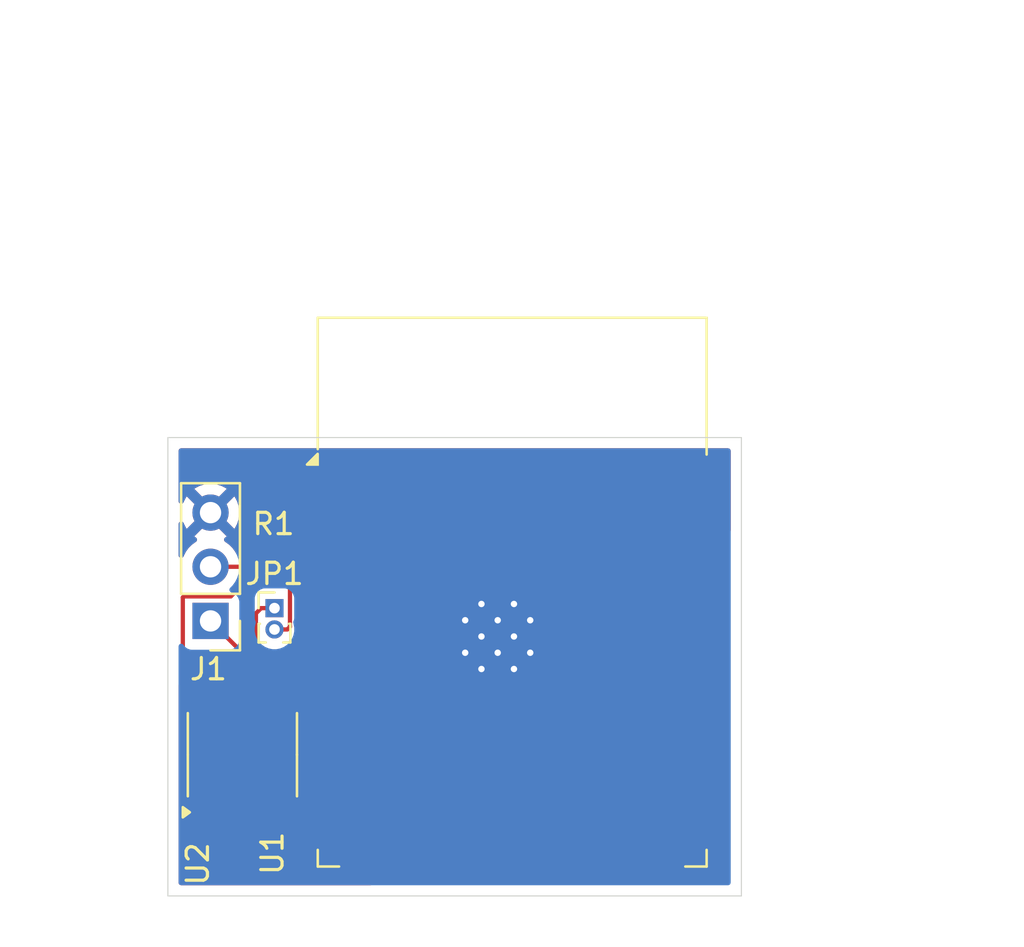
<source format=kicad_pcb>
(kicad_pcb (version 20241229) (generator "pcbnew") (generator_version "9.0")
  (layers (0 "F.Cu" signal) (2 "B.Cu" signal) (13 "F.Paste" user) (15 "B.Paste" user) (5 "F.SilkS" user "F.Silkscreen") (7 "B.SilkS" user "B.Silkscreen") (1 "F.Mask" user) (3 "B.Mask" user) (25 "Edge.Cuts" user))
  (net 0 "")
  (net 1 "GND")
  (net 2 "/CANL")
  (net 3 "/CANH")
  (net 4 "Net-(JP1-B)")
  (net 13 "/CAN_TX")
  (net 23 "+3.3V")
  (net 30 "/CAN_RX")
  (footprint "Connector_PinHeader_2.54mm:PinHeader_1x03_P2.54mm_Vertical" (layer "F.Cu") (at 143.1 95.1 180)
    (property "Reference" "J1" (at 0.1 -2.26 0) (layer "F.SilkS"))
    (property "Value" "Conn_01x03")
    (fp_line (start 1.38 1.27) (end 1.38 6.46) (stroke (width 0.12)) (layer "F.SilkS"))
    (fp_line (start -1.38 6.46) (end 1.38 6.46) (stroke (width 0.12)) (layer "F.SilkS"))
    (fp_line (start -1.38 1.27) (end 1.38 1.27) (stroke (width 0.12)) (layer "F.SilkS"))
    (fp_line (start -1.38 1.27) (end -1.38 6.46) (stroke (width 0.12)) (layer "F.SilkS"))
    (fp_line (start -1.38 0) (end -1.38 -1.38) (stroke (width 0.12)) (layer "F.SilkS"))
    (fp_line (start -1.38 -1.38) (end 0 -1.38) (stroke (width 0.12)) (layer "F.SilkS"))
    (pad "1" thru_hole rect (at 0 0 180) (size 1.7 1.7) (drill 1) (layers "*.Cu" "*.Mask") (net 2 "/CANL"))
    (pad "2" thru_hole circle (at 0 2.54 180) (size 1.7 1.7) (drill 1) (layers "*.Cu" "*.Mask") (net 3 "/CANH"))
    (pad "3" thru_hole circle (at 0 5.08 180) (size 1.7 1.7) (drill 1) (layers "*.Cu" "*.Mask") (net 1 "GND"))
  )
  (footprint "Package_SO:SOIC-8_3.9x4.9mm_P1.27mm" (layer "F.Cu") (at 144.595 101.375 90)
    (property "Reference" "U2" (at -5.125 -2.095 90) (layer "F.SilkS"))
    (property "Value" "SN65HVD230")
    (fp_line (start 0 -2.56) (end 1.95 -2.56) (stroke (width 0.12)) (layer "F.SilkS"))
    (fp_line (start 0 -2.56) (end -1.95 -2.56) (stroke (width 0.12)) (layer "F.SilkS"))
    (fp_line (start 0 2.56) (end 1.95 2.56) (stroke (width 0.12)) (layer "F.SilkS"))
    (fp_line (start 0 2.56) (end -1.95 2.56) (stroke (width 0.12)) (layer "F.SilkS"))
    (fp_poly (pts (xy -2.7 -2.465) (xy -2.94 -2.795) (xy -2.46 -2.795)) (stroke (width 0.12)) (fill yes) (layer "F.SilkS"))
    (pad "1" smd roundrect (at -2.475 -1.905 90) (size 1.95 0.6) (layers "F.Cu" "F.Mask" "F.Paste") (net 30 "/CAN_RX"))
    (pad "2" smd roundrect (at -2.475 -0.635 90) (size 1.95 0.6) (layers "F.Cu" "F.Mask" "F.Paste") (net 1 "GND"))
    (pad "3" smd roundrect (at -2.475 0.635 90) (size 1.95 0.6) (layers "F.Cu" "F.Mask" "F.Paste") (net 23 "+3.3V"))
    (pad "4" smd roundrect (at -2.475 1.905 90) (size 1.95 0.6) (layers "F.Cu" "F.Mask" "F.Paste") (net 13 "/CAN_TX"))
    (pad "5" smd roundrect (at 2.475 1.905 90) (size 1.95 0.6) (layers "F.Cu" "F.Mask" "F.Paste"))
    (pad "6" smd roundrect (at 2.475 0.635 90) (size 1.95 0.6) (layers "F.Cu" "F.Mask" "F.Paste") (net 2 "/CANL"))
    (pad "7" smd roundrect (at 2.475 -0.635 90) (size 1.95 0.6) (layers "F.Cu" "F.Mask" "F.Paste") (net 3 "/CANH"))
    (pad "8" smd roundrect (at 2.475 -1.905 90) (size 1.95 0.6) (layers "F.Cu" "F.Mask" "F.Paste") (net 1 "GND"))
  )
  (footprint "RF_Module:ESP32-WROOM-32" (layer "F.Cu") (at 157.25 96.74)
    (property "Reference" "U1" (at -11.25 9.26 90) (layer "F.SilkS"))
    (property "Value" "ESP32-WROOM-32")
    (fp_line (start -9.12 -15.86) (end -9.12 -9.7) (stroke (width 0.12)) (layer "F.SilkS"))
    (fp_line (start -9.12 -15.86) (end 9.12 -15.86) (stroke (width 0.12)) (layer "F.SilkS"))
    (fp_line (start -9.12 9.1) (end -9.12 9.88) (stroke (width 0.12)) (layer "F.SilkS"))
    (fp_line (start -9.12 9.88) (end -8.12 9.88) (stroke (width 0.12)) (layer "F.SilkS"))
    (fp_line (start 9.12 -15.86) (end 9.12 -9.445) (stroke (width 0.12)) (layer "F.SilkS"))
    (fp_line (start 9.12 9.1) (end 9.12 9.88) (stroke (width 0.12)) (layer "F.SilkS"))
    (fp_line (start 9.12 9.88) (end 8.12 9.88) (stroke (width 0.12)) (layer "F.SilkS"))
    (fp_poly (pts (xy -9.125 -8.975) (xy -9.625 -8.975) (xy -9.125 -9.475) (xy -9.125 -8.975)) (stroke (width 0.12)) (fill yes) (layer "F.SilkS"))
    (pad "1" smd rect (at -8.75 -8.25) (size 1.5 0.9) (layers "F.Cu" "F.Mask" "F.Paste") (net 1 "GND"))
    (pad "2" smd rect (at -8.75 -6.98) (size 1.5 0.9) (layers "F.Cu" "F.Mask" "F.Paste") (net 23 "+3.3V"))
    (pad "3" smd rect (at -8.75 -5.71) (size 1.5 0.9) (layers "F.Cu" "F.Mask" "F.Paste"))
    (pad "4" smd rect (at -8.75 -4.44) (size 1.5 0.9) (layers "F.Cu" "F.Mask" "F.Paste"))
    (pad "5" smd rect (at -8.75 -3.17) (size 1.5 0.9) (layers "F.Cu" "F.Mask" "F.Paste"))
    (pad "6" smd rect (at -8.75 -1.9) (size 1.5 0.9) (layers "F.Cu" "F.Mask" "F.Paste"))
    (pad "7" smd rect (at -8.75 -0.63) (size 1.5 0.9) (layers "F.Cu" "F.Mask" "F.Paste"))
    (pad "8" smd rect (at -8.75 0.64) (size 1.5 0.9) (layers "F.Cu" "F.Mask" "F.Paste"))
    (pad "9" smd rect (at -8.75 1.91) (size 1.5 0.9) (layers "F.Cu" "F.Mask" "F.Paste"))
    (pad "10" smd rect (at -8.75 3.18) (size 1.5 0.9) (layers "F.Cu" "F.Mask" "F.Paste"))
    (pad "11" smd rect (at -8.75 4.45) (size 1.5 0.9) (layers "F.Cu" "F.Mask" "F.Paste"))
    (pad "12" smd rect (at -8.75 5.72) (size 1.5 0.9) (layers "F.Cu" "F.Mask" "F.Paste"))
    (pad "13" smd rect (at -8.75 6.99) (size 1.5 0.9) (layers "F.Cu" "F.Mask" "F.Paste"))
    (pad "14" smd rect (at -8.75 8.26) (size 1.5 0.9) (layers "F.Cu" "F.Mask" "F.Paste"))
    (pad "15" smd rect (at -5.71 9.51 90) (size 1.5 0.9) (layers "F.Cu" "F.Mask" "F.Paste") (net 1 "GND"))
    (pad "16" smd rect (at -4.44 9.51 90) (size 1.5 0.9) (layers "F.Cu" "F.Mask" "F.Paste"))
    (pad "17" smd rect (at -3.17 9.51 90) (size 1.5 0.9) (layers "F.Cu" "F.Mask" "F.Paste"))
    (pad "18" smd rect (at -1.9 9.51 90) (size 1.5 0.9) (layers "F.Cu" "F.Mask" "F.Paste"))
    (pad "19" smd rect (at -0.63 9.51 90) (size 1.5 0.9) (layers "F.Cu" "F.Mask" "F.Paste"))
    (pad "20" smd rect (at 0.64 9.51 90) (size 1.5 0.9) (layers "F.Cu" "F.Mask" "F.Paste"))
    (pad "21" smd rect (at 1.91 9.51 90) (size 1.5 0.9) (layers "F.Cu" "F.Mask" "F.Paste"))
    (pad "22" smd rect (at 3.18 9.51 90) (size 1.5 0.9) (layers "F.Cu" "F.Mask" "F.Paste"))
    (pad "23" smd rect (at 4.45 9.51 90) (size 1.5 0.9) (layers "F.Cu" "F.Mask" "F.Paste"))
    (pad "24" smd rect (at 5.72 9.51 90) (size 1.5 0.9) (layers "F.Cu" "F.Mask" "F.Paste"))
    (pad "25" smd rect (at 8.75 8.26) (size 1.5 0.9) (layers "F.Cu" "F.Mask" "F.Paste"))
    (pad "26" smd rect (at 8.75 6.99) (size 1.5 0.9) (layers "F.Cu" "F.Mask" "F.Paste"))
    (pad "27" smd rect (at 8.75 5.72) (size 1.5 0.9) (layers "F.Cu" "F.Mask" "F.Paste"))
    (pad "28" smd rect (at 8.75 4.45) (size 1.5 0.9) (layers "F.Cu" "F.Mask" "F.Paste"))
    (pad "29" smd rect (at 8.75 3.18) (size 1.5 0.9) (layers "F.Cu" "F.Mask" "F.Paste"))
    (pad "30" smd rect (at 8.75 1.91) (size 1.5 0.9) (layers "F.Cu" "F.Mask" "F.Paste"))
    (pad "31" smd rect (at 8.75 0.64) (size 1.5 0.9) (layers "F.Cu" "F.Mask" "F.Paste"))
    (pad "32" smd rect (at 8.75 -0.63) (size 1.5 0.9) (layers "F.Cu" "F.Mask" "F.Paste"))
    (pad "33" smd rect (at 8.75 -1.9) (size 1.5 0.9) (layers "F.Cu" "F.Mask" "F.Paste") (net 13 "/CAN_TX"))
    (pad "34" smd rect (at 8.75 -3.17) (size 1.5 0.9) (layers "F.Cu" "F.Mask" "F.Paste"))
    (pad "35" smd rect (at 8.75 -4.44) (size 1.5 0.9) (layers "F.Cu" "F.Mask" "F.Paste"))
    (pad "36" smd rect (at 8.75 -5.71) (size 1.5 0.9) (layers "F.Cu" "F.Mask" "F.Paste") (net 30 "/CAN_RX"))
    (pad "37" smd rect (at 8.75 -6.98) (size 1.5 0.9) (layers "F.Cu" "F.Mask" "F.Paste"))
    (pad "38" smd rect (at 8.75 -8.25) (size 1.5 0.9) (layers "F.Cu" "F.Mask" "F.Paste") (net 1 "GND"))
    (pad "39" smd rect (at -2.205 -2.435) (size 1.05 1.05) (layers "F.Cu" "F.Paste") (net 1 "GND"))
    (pad "39" thru_hole circle (at -2.205 -1.6725) (size 0.6 0.6) (drill 0.3) (property pad_prop_heatsink) (layers "*.Cu" "F.Mask") (net 1 "GND"))
    (pad "39" smd rect (at -2.205 -0.91) (size 1.05 1.05) (layers "F.Cu" "F.Paste") (net 1 "GND"))
    (pad "39" thru_hole circle (at -2.205 -0.1475) (size 0.6 0.6) (drill 0.3) (property pad_prop_heatsink) (layers "*.Cu" "F.Mask") (net 1 "GND"))
    (pad "39" smd rect (at -2.205 0.615) (size 1.05 1.05) (layers "F.Cu" "F.Paste") (net 1 "GND"))
    (pad "39" thru_hole circle (at -1.4425 -2.435) (size 0.6 0.6) (drill 0.3) (property pad_prop_heatsink) (layers "*.Cu" "F.Mask") (net 1 "GND"))
    (pad "39" thru_hole circle (at -1.4425 -0.91) (size 0.6 0.6) (drill 0.3) (property pad_prop_heatsink) (layers "*.Cu" "F.Mask") (net 1 "GND"))
    (pad "39" thru_hole circle (at -1.4425 0.615) (size 0.6 0.6) (drill 0.3) (property pad_prop_heatsink) (layers "*.Cu" "F.Mask") (net 1 "GND"))
    (pad "39" smd rect (at -0.68 -2.435) (size 1.05 1.05) (layers "F.Cu" "F.Paste") (net 1 "GND"))
    (pad "39" thru_hole circle (at -0.68 -1.6725) (size 0.6 0.6) (drill 0.3) (property pad_prop_heatsink) (layers "*.Cu" "F.Mask") (net 1 "GND"))
    (pad "39" smd rect (at -0.68 -0.91) (size 1.05 1.05) (layers "F.Cu" "F.Paste") (net 1 "GND"))
    (pad "39" smd rect (at -0.68 -0.91) (size 4.2 4.2) (property pad_prop_heatsink) (layers "F.Cu" "F.Mask") (net 1 "GND"))
    (pad "39" thru_hole circle (at -0.68 -0.1475) (size 0.6 0.6) (drill 0.3) (property pad_prop_heatsink) (layers "*.Cu" "F.Mask") (net 1 "GND"))
    (pad "39" smd rect (at -0.68 0.615) (size 1.05 1.05) (layers "F.Cu" "F.Paste") (net 1 "GND"))
    (pad "39" thru_hole circle (at 0.0825 -2.435) (size 0.6 0.6) (drill 0.3) (property pad_prop_heatsink) (layers "*.Cu" "F.Mask") (net 1 "GND"))
    (pad "39" thru_hole circle (at 0.0825 -0.91) (size 0.6 0.6) (drill 0.3) (property pad_prop_heatsink) (layers "*.Cu" "F.Mask") (net 1 "GND"))
    (pad "39" thru_hole circle (at 0.0825 0.615) (size 0.6 0.6) (drill 0.3) (property pad_prop_heatsink) (layers "*.Cu" "F.Mask") (net 1 "GND"))
    (pad "39" smd rect (at 0.845 -2.435) (size 1.05 1.05) (layers "F.Cu" "F.Paste") (net 1 "GND"))
    (pad "39" thru_hole circle (at 0.845 -1.6725) (size 0.6 0.6) (drill 0.3) (property pad_prop_heatsink) (layers "*.Cu" "F.Mask") (net 1 "GND"))
    (pad "39" smd rect (at 0.845 -0.91) (size 1.05 1.05) (layers "F.Cu" "F.Paste") (net 1 "GND"))
    (pad "39" thru_hole circle (at 0.845 -0.1475) (size 0.6 0.6) (drill 0.3) (property pad_prop_heatsink) (layers "*.Cu" "F.Mask") (net 1 "GND"))
    (pad "39" smd rect (at 0.845 0.615) (size 1.05 1.05) (layers "F.Cu" "F.Paste") (net 1 "GND"))
    (zone (net 0) (net_name "") (layers "F.Cu" "B.Cu") (connect_pads (clearance 0)) (min_thickness 0.254)
      (keepout (tracks not_allowed) (vias not_allowed) (pads not_allowed) (copperpour not_allowed) (footprints not_allowed))
      (fill (thermal_gap 0.508) (thermal_bridge_width 0.508))
      (polygon (pts (xy 133.25 86.94) (xy 181.25 86.94) (xy 181.25 66) (xy 133.25 66)))
    )
  )
  (footprint "Resistor_SMD:R_0201_0603Metric" (layer "F.Cu") (at 146.055 91.6)
    (property "Reference" "R1" (at 0 -1.05 0) (layer "F.SilkS"))
    (property "Value" "120")
    (pad "1" smd roundrect (at -0.32 0) (size 0.46 0.4) (layers "F.Cu" "F.Mask") (net 3 "/CANH"))
    (pad "2" smd roundrect (at 0.32 0) (size 0.46 0.4) (layers "F.Cu" "F.Mask") (net 4 "Net-(JP1-B)"))
  )
  (footprint "Connector_PinHeader_1.00mm:PinHeader_1x02_P1.00mm_Vertical" (layer "F.Cu") (at 146.1 94.5)
    (property "Reference" "JP1" (at 0 -1.61 0) (layer "F.SilkS"))
    (property "Value" "Jumper_2_Open" (hide yes))
    (fp_line (start -0.745 -0.735) (end 0 -0.735) (stroke (width 0.12)) (layer "F.SilkS"))
    (fp_line (start -0.745 0) (end -0.745 -0.735) (stroke (width 0.12)) (layer "F.SilkS"))
    (fp_line (start -0.745 0.735) (end -0.745 1.61) (stroke (width 0.12)) (layer "F.SilkS"))
    (fp_line (start -0.745 0.735) (end -0.685565 0.735) (stroke (width 0.12)) (layer "F.SilkS"))
    (fp_line (start -0.745 1.61) (end -0.41003 1.61) (stroke (width 0.12)) (layer "F.SilkS"))
    (fp_line (start 0.41003 1.61) (end 0.745 1.61) (stroke (width 0.12)) (layer "F.SilkS"))
    (fp_line (start 0.685565 0.735) (end 0.745 0.735) (stroke (width 0.12)) (layer "F.SilkS"))
    (fp_line (start 0.745 0.735) (end 0.745 1.61) (stroke (width 0.12)) (layer "F.SilkS"))
    (pad "1" thru_hole rect (at 0 0) (size 0.85 0.85) (drill 0.5) (layers "*.Cu" "*.Mask") (net 2 "/CANL"))
    (pad "2" thru_hole circle (at 0 1) (size 0.85 0.85) (drill 0.5) (layers "*.Cu" "*.Mask") (net 4 "Net-(JP1-B)"))
  )
  (gr_line (start 168 86.5) (end 141.1 86.5) (stroke (width 0.05)) (layer "Edge.Cuts"))
  (gr_line (start 141.1 86.5) (end 141.1 108) (stroke (width 0.05)) (layer "Edge.Cuts"))
  (gr_line (start 168 108) (end 168 86.5) (stroke (width 0.05)) (layer "Edge.Cuts"))
  (gr_line (start 141.1 108) (end 168 108) (stroke (width 0.05)) (layer "Edge.Cuts"))
  (segment (start 145.23 94.745) (end 145.475 94.5) (width 0.2) (layer "F.Cu") (net 2))
  (segment (start 145.23 97.23) (end 145.23 94.745) (width 0.2) (layer "F.Cu") (net 2))
  (segment (start 145.23 97.23) (end 143.1 95.1) (width 0.2) (layer "F.Cu") (net 2))
  (segment (start 145.23 98.9) (end 145.23 97.23) (width 0.2) (layer "F.Cu") (net 2))
  (segment (start 145.475 94.5) (end 146.1 94.5) (width 0.2) (layer "F.Cu") (net 2))
  (segment (start 144.051 93.949) (end 141.851 93.949) (width 0.2) (layer "F.Cu") (net 3))
  (segment (start 141.851 93.949) (end 141.8 94) (width 0.2) (layer "F.Cu") (net 3))
  (segment (start 143.1 92.56) (end 144.94 92.56) (width 0.2) (layer "F.Cu") (net 3))
  (segment (start 141.8 97.4) (end 143.434999 97.4) (width 0.2) (layer "F.Cu") (net 3))
  (segment (start 143.96 97.925001) (end 143.96 98.9) (width 0.2) (layer "F.Cu") (net 3))
  (segment (start 144.94 92.56) (end 144.94 93.06) (width 0.2) (layer "F.Cu") (net 3))
  (segment (start 141.8 94) (end 141.8 97.4) (width 0.2) (layer "F.Cu") (net 3))
  (segment (start 143.434999 97.4) (end 143.96 97.925001) (width 0.2) (layer "F.Cu") (net 3))
  (segment (start 144.94 93.06) (end 144.051 93.949) (width 0.2) (layer "F.Cu") (net 3))
  (segment (start 144.94 92.56) (end 145.735 91.765) (width 0.2) (layer "F.Cu") (net 3))
  (segment (start 145.735 91.765) (end 145.735 91.6) (width 0.2) (layer "F.Cu") (net 3))
  (segment (start 146.375 91.6) (end 146.826 92.051) (width 0.2) (layer "F.Cu") (net 4))
  (segment (start 146.826 92.051) (end 146.826 95.37504) (width 0.2) (layer "F.Cu") (net 4))
  (segment (start 146.826 95.37504) (end 146.70104 95.5) (width 0.2) (layer "F.Cu") (net 4))
  (segment (start 146.70104 95.5) (end 146.1 95.5) (width 0.2) (layer "F.Cu") (net 4))
  (segment (start 146.5 104.824999) (end 147.675001 106) (width 0.2) (layer "F.Cu") (net 13))
  (segment (start 150 105.9329) (end 150 105) (width 0.2) (layer "F.Cu") (net 13))
  (segment (start 146.5 103.85) (end 146.5 104.824999) (width 0.2) (layer "F.Cu") (net 13))
  (segment (start 150.5 104.5) (end 164.949 104.5) (width 0.2) (layer "F.Cu") (net 13))
  (segment (start 150 105) (end 150.5 104.5) (width 0.2) (layer "F.Cu") (net 13))
  (segment (start 147.675001 106) (end 149.9329 106) (width 0.2) (layer "F.Cu") (net 13))
  (segment (start 165.05 94.84) (end 166 94.84) (width 0.2) (layer "F.Cu") (net 13))
  (segment (start 149.9329 106) (end 150 105.9329) (width 0.2) (layer "F.Cu") (net 13))
  (segment (start 164.949 104.5) (end 164.949 94.941) (width 0.2) (layer "F.Cu") (net 13))
  (segment (start 164.949 94.941) (end 165.05 94.84) (width 0.2) (layer "F.Cu") (net 13))
  (segment (start 148.5 89.76) (end 147.968 89.76) (width 0.2) (layer "F.Cu") (net 23))
  (segment (start 145.23 102.875001) (end 145.23 103.85) (width 0.2) (layer "F.Cu") (net 23))
  (segment (start 147.449 90.279) (end 147.449 100.656001) (width 0.2) (layer "F.Cu") (net 23))
  (segment (start 147.968 89.76) (end 147.449 90.279) (width 0.2) (layer "F.Cu") (net 23))
  (segment (start 147.449 100.656001) (end 145.23 102.875001) (width 0.2) (layer "F.Cu") (net 23))
  (segment (start 150.5 105.5) (end 151 105) (width 0.2) (layer "F.Cu") (net 30))
  (segment (start 167.051 105.751) (end 167.051 91.551) (width 0.2) (layer "F.Cu") (net 30))
  (segment (start 166.53 91.03) (end 166 91.03) (width 0.2) (layer "F.Cu") (net 30))
  (segment (start 151 105) (end 164.949 105) (width 0.2) (layer "F.Cu") (net 30))
  (segment (start 142.69 104.824999) (end 144.365001 106.5) (width 0.2) (layer "F.Cu") (net 30))
  (segment (start 142.69 103.85) (end 142.69 104.824999) (width 0.2) (layer "F.Cu") (net 30))
  (segment (start 144.365001 106.5) (end 150.5 106.5) (width 0.2) (layer "F.Cu") (net 30))
  (segment (start 166.532 91.03) (end 166 91.03) (width 0.2) (layer "F.Cu") (net 30))
  (segment (start 164.949 105) (end 164.949 105.751) (width 0.2) (layer "F.Cu") (net 30))
  (segment (start 164.949 105.751) (end 167.051 105.751) (width 0.2) (layer "F.Cu") (net 30))
  (segment (start 150.5 106.5) (end 150.5 105.5) (width 0.2) (layer "F.Cu") (net 30))
  (segment (start 167.051 91.551) (end 166.53 91.03) (width 0.2) (layer "F.Cu") (net 30))
  (zone (net 1) (net_name "GND") (layers "F.Cu" "B.Cu") (connect_pads (clearance 0.5)) (min_thickness 0.25) (fill yes (thermal_gap 0.5) (thermal_bridge_width 0.5))
    (polygon (pts (xy 145.17 80.71) (xy 169.593047 80.793071) (xy 169.3 110) (xy 139 110.4) (xy 139.5 79.9)))
  )
)
</source>
